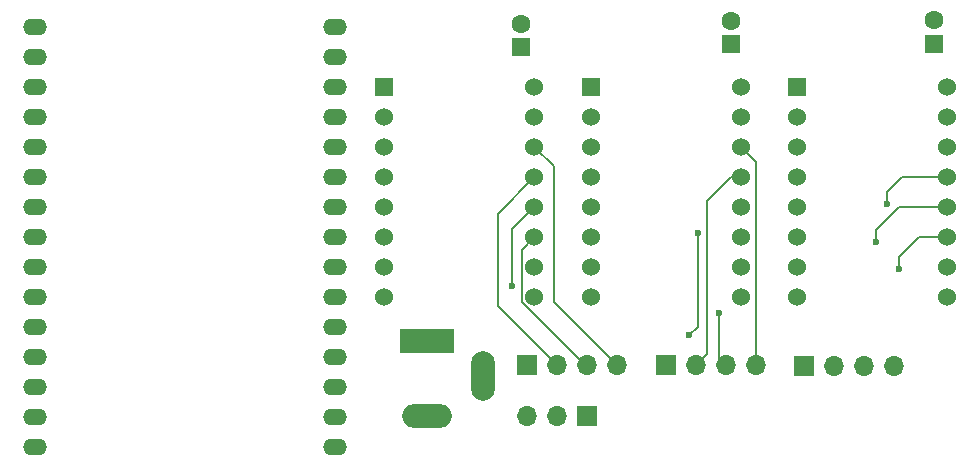
<source format=gbr>
%TF.GenerationSoftware,KiCad,Pcbnew,8.0.3*%
%TF.CreationDate,2024-08-08T00:21:50-04:00*%
%TF.ProjectId,sheepycam,73686565-7079-4636-916d-2e6b69636164,rev?*%
%TF.SameCoordinates,Original*%
%TF.FileFunction,Copper,L4,Bot*%
%TF.FilePolarity,Positive*%
%FSLAX46Y46*%
G04 Gerber Fmt 4.6, Leading zero omitted, Abs format (unit mm)*
G04 Created by KiCad (PCBNEW 8.0.3) date 2024-08-08 00:21:50*
%MOMM*%
%LPD*%
G01*
G04 APERTURE LIST*
%TA.AperFunction,ComponentPad*%
%ADD10R,1.530000X1.530000*%
%TD*%
%TA.AperFunction,ComponentPad*%
%ADD11C,1.530000*%
%TD*%
%TA.AperFunction,ComponentPad*%
%ADD12R,1.700000X1.700000*%
%TD*%
%TA.AperFunction,ComponentPad*%
%ADD13O,1.700000X1.700000*%
%TD*%
%TA.AperFunction,ComponentPad*%
%ADD14R,1.600000X1.600000*%
%TD*%
%TA.AperFunction,ComponentPad*%
%ADD15C,1.600000*%
%TD*%
%TA.AperFunction,ComponentPad*%
%ADD16O,2.000000X1.400000*%
%TD*%
%TA.AperFunction,ComponentPad*%
%ADD17R,4.600000X2.000000*%
%TD*%
%TA.AperFunction,ComponentPad*%
%ADD18O,4.200000X2.000000*%
%TD*%
%TA.AperFunction,ComponentPad*%
%ADD19O,2.000000X4.200000*%
%TD*%
%TA.AperFunction,ViaPad*%
%ADD20C,0.600000*%
%TD*%
%TA.AperFunction,Conductor*%
%ADD21C,0.200000*%
%TD*%
G04 APERTURE END LIST*
D10*
%TO.P,U2,1,~{ENABLE}*%
%TO.N,GND*%
X149150000Y-60360000D03*
D11*
%TO.P,U2,2,MS1*%
%TO.N,+3V3*%
X149150000Y-62900000D03*
%TO.P,U2,3,MS2*%
X149150000Y-65440000D03*
%TO.P,U2,4,MS3*%
X149150000Y-67980000D03*
%TO.P,U2,5,~{RESET}*%
%TO.N,Net-(U2-~{RESET})*%
X149150000Y-70520000D03*
%TO.P,U2,6,~{SLEEP}*%
X149150000Y-73060000D03*
%TO.P,U2,7,STEP*%
%TO.N,XSTEP*%
X149150000Y-75600000D03*
%TO.P,U2,8,DIR*%
%TO.N,XDIR*%
X149150000Y-78140000D03*
%TO.P,U2,9,GND*%
%TO.N,GND*%
X161850000Y-78140000D03*
%TO.P,U2,10,VDD*%
%TO.N,+3V3*%
X161850000Y-75600000D03*
%TO.P,U2,11,1B*%
%TO.N,Net-(J2-B+)*%
X161850000Y-73060000D03*
%TO.P,U2,12,1A*%
%TO.N,Net-(J2-A+)*%
X161850000Y-70520000D03*
%TO.P,U2,13,2A*%
%TO.N,Net-(J2-A-)*%
X161850000Y-67980000D03*
%TO.P,U2,14,2B*%
%TO.N,Net-(J2-B-)*%
X161850000Y-65440000D03*
%TO.P,U2,15,GND*%
%TO.N,GND*%
X161850000Y-62900000D03*
%TO.P,U2,16,VMOT*%
%TO.N,+12V*%
X161850000Y-60360000D03*
%TD*%
D10*
%TO.P,U4,1,~{ENABLE}*%
%TO.N,GND*%
X184140000Y-60360000D03*
D11*
%TO.P,U4,2,MS1*%
%TO.N,+3V3*%
X184140000Y-62900000D03*
%TO.P,U4,3,MS2*%
X184140000Y-65440000D03*
%TO.P,U4,4,MS3*%
X184140000Y-67980000D03*
%TO.P,U4,5,~{RESET}*%
%TO.N,Net-(U4-~{RESET})*%
X184140000Y-70520000D03*
%TO.P,U4,6,~{SLEEP}*%
X184140000Y-73060000D03*
%TO.P,U4,7,STEP*%
%TO.N,ZSTEP*%
X184140000Y-75600000D03*
%TO.P,U4,8,DIR*%
%TO.N,ZDIR*%
X184140000Y-78140000D03*
%TO.P,U4,9,GND*%
%TO.N,GND*%
X196840000Y-78140000D03*
%TO.P,U4,10,VDD*%
%TO.N,+3V3*%
X196840000Y-75600000D03*
%TO.P,U4,11,1B*%
%TO.N,Net-(J4-B+)*%
X196840000Y-73060000D03*
%TO.P,U4,12,1A*%
%TO.N,Net-(J4-A+)*%
X196840000Y-70520000D03*
%TO.P,U4,13,2A*%
%TO.N,Net-(J4-A-)*%
X196840000Y-67980000D03*
%TO.P,U4,14,2B*%
%TO.N,Net-(J4-B-)*%
X196840000Y-65440000D03*
%TO.P,U4,15,GND*%
%TO.N,GND*%
X196840000Y-62900000D03*
%TO.P,U4,16,VMOT*%
%TO.N,+12V*%
X196840000Y-60360000D03*
%TD*%
D12*
%TO.P,J3,1,A+*%
%TO.N,Net-(J3-A+)*%
X172994775Y-83940000D03*
D13*
%TO.P,J3,2,A-*%
%TO.N,Net-(J3-A-)*%
X175534775Y-83940000D03*
%TO.P,J3,3,B+*%
%TO.N,Net-(J3-B+)*%
X178074775Y-83940000D03*
%TO.P,J3,4,B-*%
%TO.N,Net-(J3-B-)*%
X180614775Y-83940000D03*
%TD*%
D14*
%TO.P,C1,1*%
%TO.N,+12V*%
X178494775Y-56750000D03*
D15*
%TO.P,C1,2*%
%TO.N,GND*%
X178494775Y-54750000D03*
%TD*%
%TO.P,C2,2*%
%TO.N,GND*%
X195744775Y-54690000D03*
D14*
%TO.P,C2,1*%
%TO.N,+12V*%
X195744775Y-56690000D03*
%TD*%
%TO.P,C3,1*%
%TO.N,+12V*%
X160744775Y-57000000D03*
D15*
%TO.P,C3,2*%
%TO.N,GND*%
X160744775Y-55000000D03*
%TD*%
D10*
%TO.P,U3,1,~{ENABLE}*%
%TO.N,GND*%
X166645000Y-60360000D03*
D11*
%TO.P,U3,2,MS1*%
%TO.N,+3V3*%
X166645000Y-62900000D03*
%TO.P,U3,3,MS2*%
X166645000Y-65440000D03*
%TO.P,U3,4,MS3*%
X166645000Y-67980000D03*
%TO.P,U3,5,~{RESET}*%
%TO.N,Net-(U3-~{RESET})*%
X166645000Y-70520000D03*
%TO.P,U3,6,~{SLEEP}*%
X166645000Y-73060000D03*
%TO.P,U3,7,STEP*%
%TO.N,YSTEP*%
X166645000Y-75600000D03*
%TO.P,U3,8,DIR*%
%TO.N,YDIR*%
X166645000Y-78140000D03*
%TO.P,U3,9,GND*%
%TO.N,GND*%
X179345000Y-78140000D03*
%TO.P,U3,10,VDD*%
%TO.N,+3V3*%
X179345000Y-75600000D03*
%TO.P,U3,11,1B*%
%TO.N,Net-(J3-B+)*%
X179345000Y-73060000D03*
%TO.P,U3,12,1A*%
%TO.N,Net-(J3-A+)*%
X179345000Y-70520000D03*
%TO.P,U3,13,2A*%
%TO.N,Net-(J3-A-)*%
X179345000Y-67980000D03*
%TO.P,U3,14,2B*%
%TO.N,Net-(J3-B-)*%
X179345000Y-65440000D03*
%TO.P,U3,15,GND*%
%TO.N,GND*%
X179345000Y-62900000D03*
%TO.P,U3,16,VMOT*%
%TO.N,+12V*%
X179345000Y-60360000D03*
%TD*%
D12*
%TO.P,J4,1,A+*%
%TO.N,Net-(J4-A+)*%
X184710000Y-84000000D03*
D13*
%TO.P,J4,2,A-*%
%TO.N,Net-(J4-A-)*%
X187250000Y-84000000D03*
%TO.P,J4,3,B+*%
%TO.N,Net-(J4-B+)*%
X189790000Y-84000000D03*
%TO.P,J4,4,B-*%
%TO.N,Net-(J4-B-)*%
X192330000Y-84000000D03*
%TD*%
D16*
%TO.P,U1,1,EN*%
%TO.N,unconnected-(U1-EN-Pad1)*%
X145000000Y-90810000D03*
%TO.P,U1,2,GPIO36*%
%TO.N,unconnected-(U1-GPIO36-Pad2)*%
X145000000Y-88270000D03*
%TO.P,U1,3,GPIO39*%
%TO.N,unconnected-(U1-GPIO39-Pad3)*%
X145000000Y-85730000D03*
%TO.P,U1,4,GPIO34*%
%TO.N,unconnected-(U1-GPIO34-Pad4)*%
X145000000Y-83190000D03*
%TO.P,U1,5,GPIO35*%
%TO.N,unconnected-(U1-GPIO35-Pad5)*%
X145000000Y-80650000D03*
%TO.P,U1,6,GPIO32*%
%TO.N,unconnected-(U1-GPIO32-Pad6)*%
X145000000Y-78110000D03*
%TO.P,U1,7,GPIO33*%
%TO.N,unconnected-(U1-GPIO33-Pad7)*%
X145000000Y-75570000D03*
%TO.P,U1,8,GPIO25*%
%TO.N,ZSTEP*%
X145000000Y-73030000D03*
%TO.P,U1,9,GPIO26*%
%TO.N,ZDIR*%
X145000000Y-70490000D03*
%TO.P,U1,10,GPIO27*%
%TO.N,YSTEP*%
X145000000Y-67950000D03*
%TO.P,U1,11,GPIO14*%
%TO.N,YDIR*%
X145000000Y-65410000D03*
%TO.P,U1,12,GPIO12*%
%TO.N,XSTEP*%
X145000000Y-62870000D03*
%TO.P,U1,13,GPIO13*%
%TO.N,XDIR*%
X145000000Y-60330000D03*
%TO.P,U1,14,GND*%
%TO.N,GND*%
X145000000Y-57790000D03*
%TO.P,U1,15,5V*%
%TO.N,unconnected-(U1-5V-Pad15)*%
X145000000Y-55250000D03*
%TO.P,U1,16,3V3*%
%TO.N,+3V3*%
X119600000Y-55250000D03*
%TO.P,U1,17,GND*%
%TO.N,GND*%
X119600000Y-57790000D03*
%TO.P,U1,18,GPIO15*%
%TO.N,unconnected-(U1-GPIO15-Pad18)*%
X119600000Y-60330000D03*
%TO.P,U1,19,GPIO2*%
%TO.N,unconnected-(U1-GPIO2-Pad19)*%
X119600000Y-62870000D03*
%TO.P,U1,20,GPIO4*%
%TO.N,unconnected-(U1-GPIO4-Pad20)*%
X119600000Y-65410000D03*
%TO.P,U1,21,GPIO16*%
%TO.N,unconnected-(U1-GPIO16-Pad21)*%
X119600000Y-67950000D03*
%TO.P,U1,22,GPIO17*%
%TO.N,unconnected-(U1-GPIO17-Pad22)*%
X119600000Y-70490000D03*
%TO.P,U1,23,GPIO5*%
%TO.N,unconnected-(U1-GPIO5-Pad23)*%
X119600000Y-73030000D03*
%TO.P,U1,24,GPIO18*%
%TO.N,unconnected-(U1-GPIO18-Pad24)*%
X119600000Y-75570000D03*
%TO.P,U1,25,GPIO19*%
%TO.N,unconnected-(U1-GPIO19-Pad25)*%
X119600000Y-78110000D03*
%TO.P,U1,26,GPIO21*%
%TO.N,unconnected-(U1-GPIO21-Pad26)*%
X119600000Y-80650000D03*
%TO.P,U1,27,GPIO3*%
%TO.N,unconnected-(U1-GPIO3-Pad27)*%
X119600000Y-83190000D03*
%TO.P,U1,28,GPIO1*%
%TO.N,unconnected-(U1-GPIO1-Pad28)*%
X119600000Y-85730000D03*
%TO.P,U1,29,GPIO22*%
%TO.N,unconnected-(U1-GPIO22-Pad29)*%
X119600000Y-88270000D03*
%TO.P,U1,30,GPIO23*%
%TO.N,unconnected-(U1-GPIO23-Pad30)*%
X119600000Y-90810000D03*
%TD*%
D12*
%TO.P,J2,1,A+*%
%TO.N,Net-(J2-A+)*%
X161250000Y-83940000D03*
D13*
%TO.P,J2,2,A-*%
%TO.N,Net-(J2-A-)*%
X163790000Y-83940000D03*
%TO.P,J2,3,B+*%
%TO.N,Net-(J2-B+)*%
X166330000Y-83940000D03*
%TO.P,J2,4,B-*%
%TO.N,Net-(J2-B-)*%
X168870000Y-83940000D03*
%TD*%
D17*
%TO.P,J5,1*%
%TO.N,GND*%
X152744775Y-81890000D03*
D18*
%TO.P,J5,2*%
%TO.N,+12V*%
X152744775Y-88190000D03*
D19*
%TO.P,J5,3*%
%TO.N,N/C*%
X157544775Y-84790000D03*
%TD*%
D12*
%TO.P,J1,1,Pin_1*%
%TO.N,unconnected-(J1-Pin_1-Pad1)*%
X166290000Y-88250000D03*
D13*
%TO.P,J1,2,Pin_2*%
%TO.N,unconnected-(J1-Pin_2-Pad2)*%
X163750000Y-88250000D03*
%TO.P,J1,3,Pin_3*%
%TO.N,unconnected-(J1-Pin_3-Pad3)*%
X161210000Y-88250000D03*
%TD*%
D20*
%TO.N,Net-(J2-A+)*%
X160000000Y-77250000D03*
%TO.N,Net-(J4-A+)*%
X190750000Y-73500000D03*
%TO.N,Net-(J4-A-)*%
X191750000Y-70250000D03*
%TO.N,Net-(J4-B+)*%
X192750000Y-75750000D03*
%TO.N,Net-(J3-B+)*%
X177500000Y-79500000D03*
%TO.N,Net-(J3-A+)*%
X175750000Y-72750000D03*
X175000000Y-81400000D03*
%TD*%
D21*
%TO.N,Net-(J2-B-)*%
X163500000Y-78570000D02*
X168870000Y-83940000D01*
X161850000Y-65440000D02*
X163500000Y-67090000D01*
X163500000Y-67090000D02*
X163500000Y-78570000D01*
%TO.N,Net-(J4-B+)*%
X192750000Y-74750000D02*
X194440000Y-73060000D01*
X192750000Y-75750000D02*
X192750000Y-74750000D01*
X194440000Y-73060000D02*
X196840000Y-73060000D01*
%TO.N,Net-(J4-A+)*%
X196820000Y-70500000D02*
X196840000Y-70520000D01*
X192750000Y-70500000D02*
X196820000Y-70500000D01*
X190750000Y-72500000D02*
X192750000Y-70500000D01*
X190750000Y-73500000D02*
X190750000Y-72500000D01*
%TO.N,Net-(J4-A-)*%
X193020000Y-67980000D02*
X196840000Y-67980000D01*
X191750000Y-69250000D02*
X193020000Y-67980000D01*
X191750000Y-70250000D02*
X191750000Y-69250000D01*
%TO.N,Net-(J3-B+)*%
X177500000Y-83365225D02*
X178074775Y-83940000D01*
X177500000Y-79500000D02*
X177500000Y-83365225D01*
%TO.N,Net-(J3-A+)*%
X175000000Y-81400000D02*
X175750000Y-80650000D01*
X175750000Y-80650000D02*
X175750000Y-72750000D01*
%TO.N,Net-(J3-A-)*%
X176500000Y-82974775D02*
X175534775Y-83940000D01*
X176500000Y-70000000D02*
X176500000Y-82974775D01*
X178520000Y-67980000D02*
X176500000Y-70000000D01*
X179345000Y-67980000D02*
X178520000Y-67980000D01*
%TO.N,Net-(J3-B-)*%
X180614775Y-66709775D02*
X180614775Y-83940000D01*
X179345000Y-65440000D02*
X180614775Y-66709775D01*
%TO.N,Net-(J2-B+)*%
X160785000Y-74125000D02*
X161850000Y-73060000D01*
X160785000Y-78581138D02*
X160785000Y-74125000D01*
X166330000Y-83940000D02*
X166143862Y-83940000D01*
X166143862Y-83940000D02*
X160785000Y-78581138D01*
%TO.N,Net-(J2-A+)*%
X161850000Y-70520000D02*
X160000000Y-72370000D01*
X160000000Y-72370000D02*
X160000000Y-77250000D01*
%TO.N,Net-(J2-A-)*%
X163790000Y-83940000D02*
X158750000Y-78900000D01*
X158750000Y-78900000D02*
X158750000Y-71080000D01*
X158750000Y-71080000D02*
X161850000Y-67980000D01*
%TD*%
M02*

</source>
